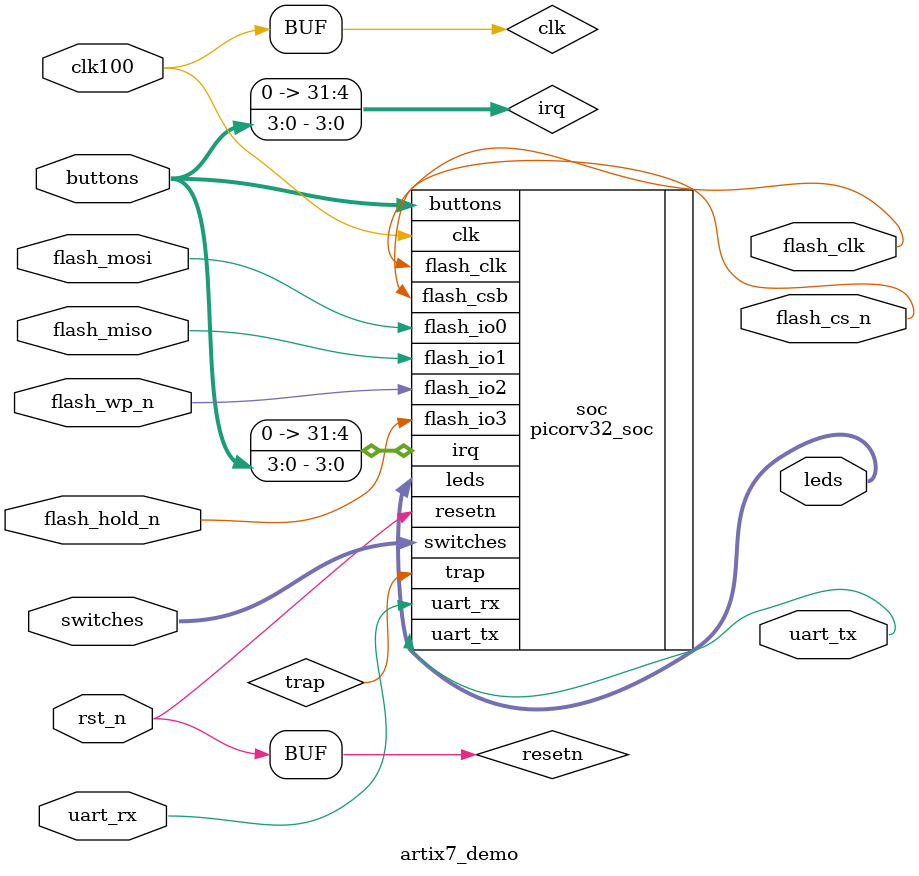
<source format=v>
module artix7_demo (
    input clk100,           // 100MHz系统时钟
    input rst_n,            // 复位信号，低电平有效
    
    // UART接口
    output uart_tx,
    input uart_rx,
    
    // SPI Flash接口
    output flash_cs_n,
    output flash_clk,
    inout flash_mosi,
    inout flash_miso,
    inout flash_wp_n,
    inout flash_hold_n,
    
    // LED指示灯
    output [7:0] leds,
    
    // 按钮
    input [3:0] buttons,
    
    // 开关
    input [7:0] switches
);

    // 时钟和复位
    wire clk;
    wire resetn;
    
    // 时钟管理
    assign clk = clk100;
    assign resetn = rst_n;
    
    // 中断信号
    wire [31:0] irq;
    assign irq = {28'h0, buttons};
    
    // 陷阱信号
    wire trap;
    
    // PicoRV32 SoC实例
    picorv32_soc soc (
        .clk(clk),
        .resetn(resetn),
        .uart_tx(uart_tx),
        .uart_rx(uart_rx),
        .flash_csb(flash_cs_n),
        .flash_clk(flash_clk),
        .flash_io0(flash_mosi),
        .flash_io1(flash_miso),
        .flash_io2(flash_wp_n),
        .flash_io3(flash_hold_n),
        .leds(leds),
        .buttons(buttons),
        .switches(switches),
        .irq(irq),
        .trap(trap)
    );

endmodule 
</source>
